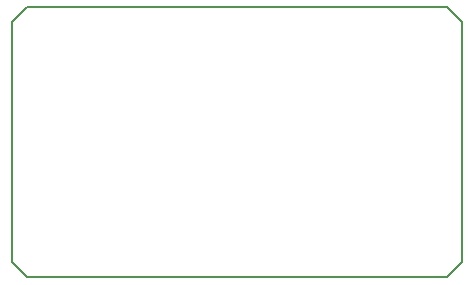
<source format=gm1>
G04 #@! TF.FileFunction,Profile,NP*
%FSLAX46Y46*%
G04 Gerber Fmt 4.6, Leading zero omitted, Abs format (unit mm)*
G04 Created by KiCad (PCBNEW 4.0.2-stable) date 5/3/2017 12:37:19 AM*
%MOMM*%
G01*
G04 APERTURE LIST*
%ADD10C,0.100000*%
%ADD11C,0.150000*%
G04 APERTURE END LIST*
D10*
D11*
X129540000Y-123190000D02*
X129540000Y-102870000D01*
X130810000Y-124460000D02*
X129540000Y-123190000D01*
X166370000Y-124460000D02*
X130810000Y-124460000D01*
X167640000Y-123190000D02*
X166370000Y-124460000D01*
X167640000Y-102870000D02*
X167640000Y-123190000D01*
X166370000Y-101600000D02*
X167640000Y-102870000D01*
X130810000Y-101600000D02*
X166370000Y-101600000D01*
X129540000Y-102870000D02*
X130810000Y-101600000D01*
M02*

</source>
